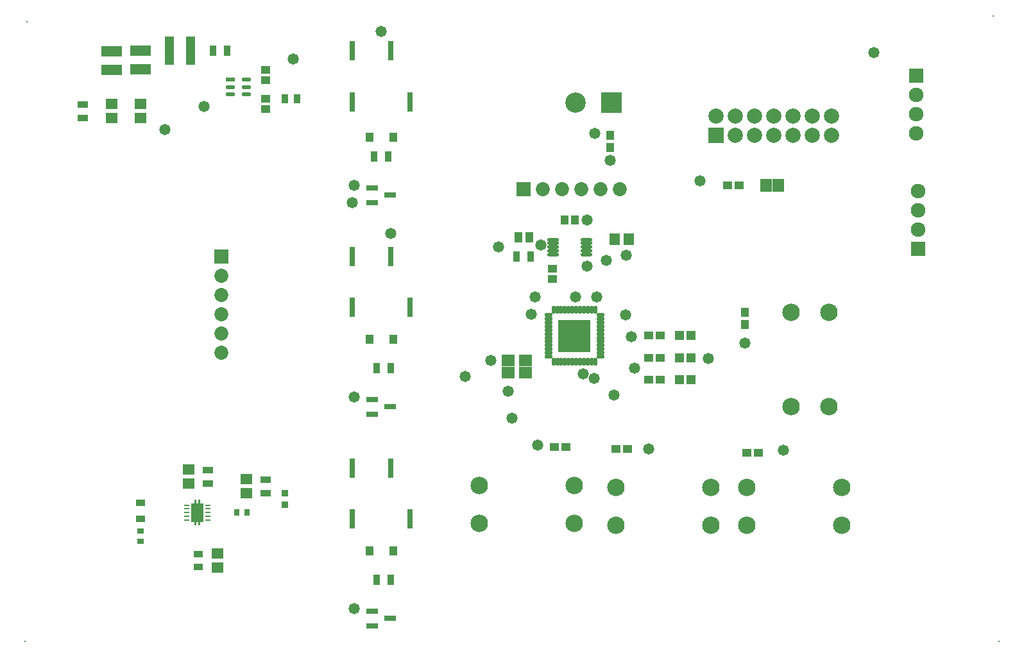
<source format=gts>
G04*
G04 #@! TF.GenerationSoftware,Altium Limited,Altium Designer,25.2.1 (25)*
G04*
G04 Layer_Color=8388736*
%FSLAX44Y44*%
%MOMM*%
G71*
G04*
G04 #@! TF.SameCoordinates,E5E090E4-F6E9-416A-80E2-435660C576E3*
G04*
G04*
G04 #@! TF.FilePolarity,Negative*
G04*
G01*
G75*
%ADD25R,1.0546X1.3562*%
%ADD27R,0.9500X1.4000*%
%ADD28R,0.7556X0.8121*%
%ADD29R,1.5562X1.4546*%
%ADD30R,1.2544X0.5321*%
G04:AMPARAMS|DCode=31|XSize=1.2544mm|YSize=0.5321mm|CornerRadius=0.2661mm|HoleSize=0mm|Usage=FLASHONLY|Rotation=0.000|XOffset=0mm|YOffset=0mm|HoleType=Round|Shape=RoundedRectangle|*
%AMROUNDEDRECTD31*
21,1,1.2544,0.0000,0,0,0.0*
21,1,0.7223,0.5321,0,0,0.0*
1,1,0.5321,0.3611,0.0000*
1,1,0.5321,-0.3611,0.0000*
1,1,0.5321,-0.3611,0.0000*
1,1,0.5321,0.3611,0.0000*
%
%ADD31ROUNDEDRECTD31*%
%ADD32R,1.4000X0.9500*%
%ADD35R,1.4546X1.5562*%
G04:AMPARAMS|DCode=37|XSize=0.6mm|YSize=0.24mm|CornerRadius=0.0504mm|HoleSize=0mm|Usage=FLASHONLY|Rotation=0.000|XOffset=0mm|YOffset=0mm|HoleType=Round|Shape=RoundedRectangle|*
%AMROUNDEDRECTD37*
21,1,0.6000,0.1392,0,0,0.0*
21,1,0.4992,0.2400,0,0,0.0*
1,1,0.1008,0.2496,-0.0696*
1,1,0.1008,-0.2496,-0.0696*
1,1,0.1008,-0.2496,0.0696*
1,1,0.1008,0.2496,0.0696*
%
%ADD37ROUNDEDRECTD37*%
%ADD38R,0.8581X1.2621*%
%ADD39R,1.2000X0.9000*%
%ADD40R,0.9121X0.9581*%
%ADD41R,1.3082X0.8065*%
%ADD42R,0.8121X0.7556*%
%ADD43R,2.7042X1.4526*%
%ADD44R,0.8000X2.6600*%
%ADD45R,1.2000X3.7000*%
%ADD46R,1.5532X0.8032*%
%ADD47R,1.5032X1.6532*%
%ADD48R,1.1532X1.1032*%
G04:AMPARAMS|DCode=49|XSize=0.4632mm|YSize=1.0832mm|CornerRadius=0.1341mm|HoleSize=0mm|Usage=FLASHONLY|Rotation=90.000|XOffset=0mm|YOffset=0mm|HoleType=Round|Shape=RoundedRectangle|*
%AMROUNDEDRECTD49*
21,1,0.4632,0.8150,0,0,90.0*
21,1,0.1950,1.0832,0,0,90.0*
1,1,0.2682,0.4075,0.0975*
1,1,0.2682,0.4075,-0.0975*
1,1,0.2682,-0.4075,-0.0975*
1,1,0.2682,-0.4075,0.0975*
%
%ADD49ROUNDEDRECTD49*%
%ADD50O,1.5532X0.5032*%
%ADD51R,1.1532X1.1532*%
%ADD52R,1.1032X1.1532*%
%ADD53R,1.1032X1.2532*%
%ADD54R,1.2532X1.1032*%
G04:AMPARAMS|DCode=55|XSize=1.0832mm|YSize=0.4632mm|CornerRadius=0.1341mm|HoleSize=0mm|Usage=FLASHONLY|Rotation=90.000|XOffset=0mm|YOffset=0mm|HoleType=Round|Shape=RoundedRectangle|*
%AMROUNDEDRECTD55*
21,1,1.0832,0.1950,0,0,90.0*
21,1,0.8150,0.4632,0,0,90.0*
1,1,0.2682,0.0975,0.4075*
1,1,0.2682,0.0975,-0.4075*
1,1,0.2682,-0.0975,-0.4075*
1,1,0.2682,-0.0975,0.4075*
%
%ADD55ROUNDEDRECTD55*%
%ADD56R,4.3032X4.3032*%
%ADD57R,1.6532X1.5032*%
%ADD58C,1.4850*%
%ADD59C,1.9282*%
%ADD60R,1.9282X1.9282*%
%ADD61C,2.0032*%
%ADD62R,2.0032X2.0032*%
%ADD63C,1.8532*%
%ADD64R,1.8532X1.8532*%
%ADD65R,2.6782X2.6782*%
%ADD66C,2.6782*%
%ADD67C,2.3032*%
%ADD68R,1.8532X1.8532*%
%ADD69C,0.5032*%
%ADD70C,0.2032*%
%ADD71C,1.4732*%
%ADD72C,0.5000*%
G36*
X940250Y1096500D02*
X941750D01*
X941750Y1096500D01*
X941849D01*
X942033Y1096424D01*
X942174Y1096283D01*
X942250Y1096099D01*
Y1096000D01*
X942250Y1091500D01*
X946250D01*
Y1091500D01*
X946349D01*
X946533Y1091424D01*
X946674Y1091283D01*
X946750Y1091099D01*
Y1091000D01*
X946750Y1068000D01*
X946750D01*
X946750Y1067900D01*
X946674Y1067717D01*
X946533Y1067576D01*
X946349Y1067500D01*
X946250Y1067500D01*
X942250D01*
Y1063000D01*
X942250Y1063000D01*
X942250Y1062900D01*
X942174Y1062717D01*
X942033Y1062576D01*
X941849Y1062500D01*
X941750Y1062500D01*
X940250Y1062500D01*
X940250D01*
X940151Y1062500D01*
X939967Y1062576D01*
X939826Y1062717D01*
X939750Y1062900D01*
X939750Y1063000D01*
Y1067500D01*
X937250D01*
Y1063000D01*
Y1063000D01*
X937250Y1062900D01*
X937174Y1062717D01*
X937033Y1062576D01*
X936850Y1062500D01*
X936750Y1062500D01*
X935250Y1062500D01*
X935151Y1062500D01*
X934967Y1062576D01*
X934826Y1062717D01*
X934750Y1062900D01*
X934750Y1063000D01*
X934750Y1067500D01*
X930750D01*
X930650Y1067500D01*
X930467Y1067576D01*
X930326Y1067717D01*
X930250Y1067900D01*
X930250Y1068000D01*
Y1091000D01*
X930250Y1091099D01*
X930326Y1091283D01*
X930467Y1091424D01*
X930650Y1091500D01*
X930750Y1091500D01*
X934750Y1091500D01*
X934750Y1096000D01*
X934750Y1096099D01*
X934826Y1096283D01*
X934967Y1096424D01*
X935151Y1096500D01*
X935250Y1096500D01*
X936750D01*
Y1096500D01*
X936849D01*
X937033Y1096424D01*
X937174Y1096283D01*
X937250Y1096099D01*
Y1096000D01*
X937250Y1091500D01*
X939750D01*
X939750Y1096000D01*
X939750Y1096099D01*
X939826Y1096283D01*
X939967Y1096424D01*
X940151Y1096500D01*
X940250Y1096500D01*
D02*
G37*
D25*
X1376318Y1442720D02*
D03*
X1361802D02*
D03*
D27*
X1359810Y1417320D02*
D03*
X1378310D02*
D03*
X1193800Y990600D02*
D03*
X1175300D02*
D03*
X1193800Y1270000D02*
D03*
X1175300D02*
D03*
X1171850Y1549400D02*
D03*
X1190350D02*
D03*
X959400Y1689100D02*
D03*
X977900D02*
D03*
D28*
X990600Y1079500D02*
D03*
X1004106D02*
D03*
D29*
X1003300Y1104900D02*
D03*
Y1123416D02*
D03*
X863600Y1600200D02*
D03*
Y1618716D02*
D03*
X825500Y1600200D02*
D03*
Y1618716D02*
D03*
X927100Y1117600D02*
D03*
Y1136116D02*
D03*
X965200Y1006742D02*
D03*
Y1025258D02*
D03*
D30*
X982294Y1651000D02*
D03*
D31*
Y1641500D02*
D03*
Y1632000D02*
D03*
X1003300D02*
D03*
Y1641500D02*
D03*
Y1651000D02*
D03*
D32*
X787400Y1600200D02*
D03*
Y1618700D02*
D03*
X1028700Y1123400D02*
D03*
Y1104900D02*
D03*
X952500Y1117600D02*
D03*
Y1136100D02*
D03*
D35*
X1489342Y1440180D02*
D03*
X1507858D02*
D03*
D37*
X952500Y1089500D02*
D03*
Y1084500D02*
D03*
Y1079500D02*
D03*
Y1074500D02*
D03*
Y1069500D02*
D03*
X924500D02*
D03*
Y1074500D02*
D03*
Y1079500D02*
D03*
Y1084500D02*
D03*
Y1089500D02*
D03*
D38*
X1054100Y1625600D02*
D03*
X1069640D02*
D03*
D39*
X863600Y1092200D02*
D03*
Y1071200D02*
D03*
D40*
X1054100Y1104900D02*
D03*
Y1090360D02*
D03*
D41*
X939800Y1024509D02*
D03*
Y1007491D02*
D03*
D42*
X863600Y1054906D02*
D03*
Y1041400D02*
D03*
D43*
X825500Y1688205D02*
D03*
Y1663700D02*
D03*
X863600Y1689100D02*
D03*
Y1664595D02*
D03*
D44*
X1143000Y1418000D02*
D03*
Y1350600D02*
D03*
X1219200D02*
D03*
X1193800Y1418000D02*
D03*
X1143000Y1689100D02*
D03*
Y1621700D02*
D03*
X1219200D02*
D03*
X1193800Y1689100D02*
D03*
Y1138600D02*
D03*
X1219200Y1071200D02*
D03*
X1143000D02*
D03*
Y1138600D02*
D03*
D45*
X901700Y1689100D02*
D03*
X929700D02*
D03*
D46*
X1169100Y1489100D02*
D03*
X1193100Y939800D02*
D03*
X1169100Y930300D02*
D03*
Y949300D02*
D03*
X1193100Y1219200D02*
D03*
X1169100Y1209700D02*
D03*
Y1228700D02*
D03*
Y1508100D02*
D03*
X1193100Y1498600D02*
D03*
D47*
X1688720Y1511300D02*
D03*
X1704720D02*
D03*
D48*
X1653670D02*
D03*
X1638170D02*
D03*
X1534030Y1313180D02*
D03*
X1549530D02*
D03*
X1534030Y1283970D02*
D03*
X1549530D02*
D03*
X1534030Y1254760D02*
D03*
X1549530D02*
D03*
X1425070Y1165860D02*
D03*
X1409570D02*
D03*
X1506220Y1163320D02*
D03*
X1490720D02*
D03*
X1679070Y1158240D02*
D03*
X1663570D02*
D03*
D49*
X1470220Y1335460D02*
D03*
Y1330460D02*
D03*
Y1320460D02*
D03*
Y1325460D02*
D03*
Y1285460D02*
D03*
Y1290460D02*
D03*
Y1295460D02*
D03*
Y1300460D02*
D03*
Y1305460D02*
D03*
Y1310460D02*
D03*
Y1315460D02*
D03*
Y1340460D02*
D03*
X1401520D02*
D03*
Y1335460D02*
D03*
Y1330460D02*
D03*
Y1325460D02*
D03*
Y1320460D02*
D03*
Y1315460D02*
D03*
Y1310460D02*
D03*
Y1305460D02*
D03*
Y1300460D02*
D03*
Y1295460D02*
D03*
Y1290460D02*
D03*
Y1285460D02*
D03*
D50*
X1407770Y1440020D02*
D03*
Y1435020D02*
D03*
Y1430020D02*
D03*
Y1425020D02*
D03*
Y1420020D02*
D03*
X1452270Y1440020D02*
D03*
Y1435020D02*
D03*
Y1430020D02*
D03*
Y1425020D02*
D03*
Y1420020D02*
D03*
D51*
X1589920Y1254760D02*
D03*
X1574920D02*
D03*
X1589920Y1283970D02*
D03*
X1574920D02*
D03*
X1589920Y1313180D02*
D03*
X1574920D02*
D03*
D52*
X1483360Y1577470D02*
D03*
Y1561970D02*
D03*
X1661160Y1328290D02*
D03*
Y1343790D02*
D03*
X1196850Y1028700D02*
D03*
X1165350Y1028700D02*
D03*
X1196850Y1308100D02*
D03*
X1165350Y1308100D02*
D03*
X1196850Y1574800D02*
D03*
X1165350Y1574800D02*
D03*
D53*
X1436770Y1465580D02*
D03*
X1423270D02*
D03*
D54*
X1407160Y1401210D02*
D03*
Y1387710D02*
D03*
X1028700Y1612100D02*
D03*
Y1625600D02*
D03*
Y1650200D02*
D03*
Y1663700D02*
D03*
D55*
X1408370Y1278610D02*
D03*
X1413370D02*
D03*
X1418370D02*
D03*
X1423370D02*
D03*
X1428370D02*
D03*
X1433370D02*
D03*
X1438370D02*
D03*
X1443370D02*
D03*
X1448370D02*
D03*
X1453370D02*
D03*
X1458370D02*
D03*
X1463370D02*
D03*
Y1347310D02*
D03*
X1458370D02*
D03*
X1453370D02*
D03*
X1448370D02*
D03*
X1443370D02*
D03*
X1438370D02*
D03*
X1433370D02*
D03*
X1428370D02*
D03*
X1423370D02*
D03*
X1418370D02*
D03*
X1413370D02*
D03*
X1408370D02*
D03*
D56*
X1435870Y1312960D02*
D03*
D57*
X1371600Y1264540D02*
D03*
Y1280540D02*
D03*
X1348740Y1264540D02*
D03*
Y1280540D02*
D03*
D58*
X938500Y1079500D02*
D03*
D59*
X1887220Y1579880D02*
D03*
Y1605280D02*
D03*
Y1630680D02*
D03*
X1889760Y1452880D02*
D03*
Y1478280D02*
D03*
Y1503680D02*
D03*
D60*
X1887220Y1656080D02*
D03*
X1889760Y1427480D02*
D03*
D61*
X1775460Y1602740D02*
D03*
Y1577340D02*
D03*
X1750060Y1602740D02*
D03*
Y1577340D02*
D03*
X1724660Y1602740D02*
D03*
X1699260D02*
D03*
Y1577340D02*
D03*
X1673860Y1602740D02*
D03*
Y1577340D02*
D03*
X1648460D02*
D03*
X1623060Y1602740D02*
D03*
X1724660Y1577340D02*
D03*
X1648460Y1602740D02*
D03*
D62*
X1623060Y1577340D02*
D03*
D63*
X1496060Y1506220D02*
D03*
X1470660D02*
D03*
X1445260D02*
D03*
X1419860D02*
D03*
X1394460D02*
D03*
X970280Y1391920D02*
D03*
Y1366520D02*
D03*
Y1341120D02*
D03*
Y1315720D02*
D03*
Y1290320D02*
D03*
D64*
X1369060Y1506220D02*
D03*
D65*
X1485140Y1620520D02*
D03*
D66*
X1437640D02*
D03*
D67*
X1663700Y1112520D02*
D03*
X1788700D02*
D03*
X1663700Y1062520D02*
D03*
X1788700D02*
D03*
X1490980Y1112520D02*
D03*
X1615980D02*
D03*
X1490980Y1062520D02*
D03*
X1615980D02*
D03*
X1722120Y1219200D02*
D03*
Y1344200D02*
D03*
X1772120Y1219200D02*
D03*
Y1344200D02*
D03*
X1435640Y1065060D02*
D03*
X1310640D02*
D03*
X1435640Y1115060D02*
D03*
X1310640D02*
D03*
D68*
X970280Y1417320D02*
D03*
D69*
X1429020Y1319810D02*
D03*
X1442720D02*
D03*
Y1306110D02*
D03*
X1429020D02*
D03*
X1417870Y1319810D02*
D03*
Y1306110D02*
D03*
X1453870Y1319810D02*
D03*
Y1306110D02*
D03*
X1429020Y1330960D02*
D03*
X1442720D02*
D03*
X1429020Y1294960D02*
D03*
X1442720D02*
D03*
D70*
X713740Y1727200D02*
D03*
X1988820Y1734820D02*
D03*
X1996440Y909320D02*
D03*
X711200D02*
D03*
D71*
X1336040Y1430020D02*
D03*
X1142953Y1489000D02*
D03*
X1145540Y1511916D02*
D03*
X1831340Y1686560D02*
D03*
X1503909Y1340891D02*
D03*
X1601906Y1517214D02*
D03*
X1504116Y1419424D02*
D03*
X1065041Y1678053D02*
D03*
X895617Y1585665D02*
D03*
X947420Y1615440D02*
D03*
X1511300Y1311680D02*
D03*
X1661160Y1303020D02*
D03*
X1447908Y1262642D02*
D03*
X1483360Y1544320D02*
D03*
X1711727Y1162003D02*
D03*
X1534160Y1163320D02*
D03*
X1387865Y1169041D02*
D03*
X1612900Y1282700D02*
D03*
X1463040Y1579880D02*
D03*
X1461950Y1256720D02*
D03*
X1353820Y1203960D02*
D03*
X1292020Y1259108D02*
D03*
X1145540Y1231900D02*
D03*
X1514928Y1270404D02*
D03*
X1145540Y952500D02*
D03*
X1488440Y1234440D02*
D03*
X1379220Y1341120D02*
D03*
X1437640Y1363980D02*
D03*
X1465580D02*
D03*
X1452880Y1404620D02*
D03*
X1478280Y1412240D02*
D03*
X1452880Y1465580D02*
D03*
X1391920Y1432560D02*
D03*
X1384300Y1363980D02*
D03*
X1325880Y1280160D02*
D03*
X1348740Y1239520D02*
D03*
X1193800Y1447800D02*
D03*
X1181100Y1714500D02*
D03*
D72*
X944250Y1079500D02*
D03*
X932750D02*
D03*
X938500Y1070000D02*
D03*
Y1089000D02*
D03*
M02*

</source>
